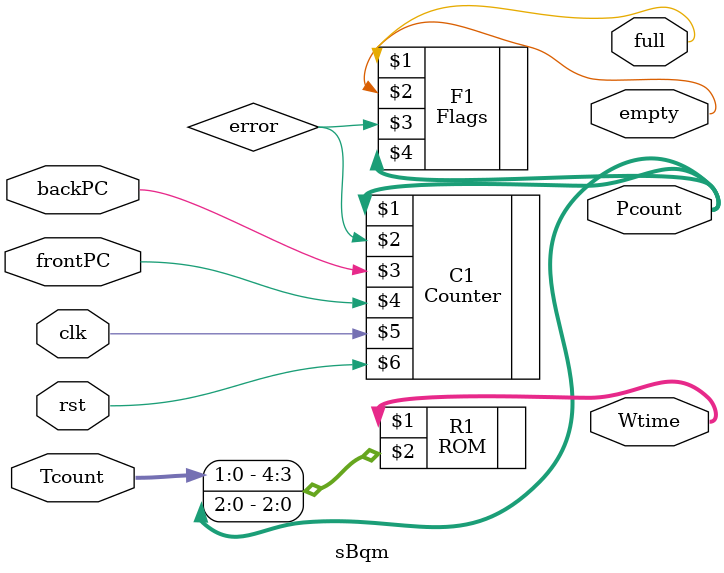
<source format=v>
module sBqm (frontPC,backPC,Tcount,clk,rst,full,empty,Wtime,Pcount);
  input [1:0] Tcount;
  input frontPC,backPC,rst,clk;
  output full,empty;
  output [2:0] Pcount;
  output [4:0] Wtime;
  wire error;

  Counter C1 (Pcount,error,backPC,frontPC,clk,rst);
  Flags F1 (full,empty,error,Pcount);
  ROM R1 (Wtime,{Tcount,Pcount});
  
endmodule
</source>
